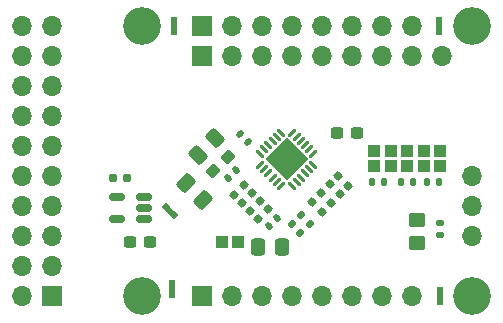
<source format=gbr>
%TF.GenerationSoftware,KiCad,Pcbnew,8.0.3*%
%TF.CreationDate,2024-06-12T16:29:16-04:00*%
%TF.ProjectId,tac5212_audio_board_single_ended,74616335-3231-4325-9f61-7564696f5f62,rev?*%
%TF.SameCoordinates,Original*%
%TF.FileFunction,Soldermask,Top*%
%TF.FilePolarity,Negative*%
%FSLAX46Y46*%
G04 Gerber Fmt 4.6, Leading zero omitted, Abs format (unit mm)*
G04 Created by KiCad (PCBNEW 8.0.3) date 2024-06-12 16:29:16*
%MOMM*%
%LPD*%
G01*
G04 APERTURE LIST*
G04 Aperture macros list*
%AMRoundRect*
0 Rectangle with rounded corners*
0 $1 Rounding radius*
0 $2 $3 $4 $5 $6 $7 $8 $9 X,Y pos of 4 corners*
0 Add a 4 corners polygon primitive as box body*
4,1,4,$2,$3,$4,$5,$6,$7,$8,$9,$2,$3,0*
0 Add four circle primitives for the rounded corners*
1,1,$1+$1,$2,$3*
1,1,$1+$1,$4,$5*
1,1,$1+$1,$6,$7*
1,1,$1+$1,$8,$9*
0 Add four rect primitives between the rounded corners*
20,1,$1+$1,$2,$3,$4,$5,0*
20,1,$1+$1,$4,$5,$6,$7,0*
20,1,$1+$1,$6,$7,$8,$9,0*
20,1,$1+$1,$8,$9,$2,$3,0*%
%AMRotRect*
0 Rectangle, with rotation*
0 The origin of the aperture is its center*
0 $1 length*
0 $2 width*
0 $3 Rotation angle, in degrees counterclockwise*
0 Add horizontal line*
21,1,$1,$2,0,0,$3*%
G04 Aperture macros list end*
%ADD10C,0.000000*%
%ADD11RoundRect,0.160000X0.252791X-0.026517X-0.026517X0.252791X-0.252791X0.026517X0.026517X-0.252791X0*%
%ADD12RoundRect,0.135000X-0.226274X-0.035355X-0.035355X-0.226274X0.226274X0.035355X0.035355X0.226274X0*%
%ADD13R,1.000000X1.000000*%
%ADD14R,1.700000X1.700000*%
%ADD15O,1.700000X1.700000*%
%ADD16C,3.200000*%
%ADD17RoundRect,0.250000X0.337500X0.475000X-0.337500X0.475000X-0.337500X-0.475000X0.337500X-0.475000X0*%
%ADD18RoundRect,0.160000X-0.026517X-0.252791X0.252791X0.026517X0.026517X0.252791X-0.252791X-0.026517X0*%
%ADD19RoundRect,0.140000X0.219203X0.021213X0.021213X0.219203X-0.219203X-0.021213X-0.021213X-0.219203X0*%
%ADD20RoundRect,0.250000X0.574524X0.097227X0.097227X0.574524X-0.574524X-0.097227X-0.097227X-0.574524X0*%
%ADD21RoundRect,0.150000X0.512500X0.150000X-0.512500X0.150000X-0.512500X-0.150000X0.512500X-0.150000X0*%
%ADD22RoundRect,0.135000X-0.185000X0.135000X-0.185000X-0.135000X0.185000X-0.135000X0.185000X0.135000X0*%
%ADD23R,0.508000X0.500000*%
%ADD24R,0.508000X0.508000*%
%ADD25RoundRect,0.237500X-0.300000X-0.237500X0.300000X-0.237500X0.300000X0.237500X-0.300000X0.237500X0*%
%ADD26RoundRect,0.140000X-0.021213X0.219203X-0.219203X0.021213X0.021213X-0.219203X0.219203X-0.021213X0*%
%ADD27RoundRect,0.250000X-0.097227X0.574524X-0.574524X0.097227X0.097227X-0.574524X0.574524X-0.097227X0*%
%ADD28RoundRect,0.250000X-0.450000X0.350000X-0.450000X-0.350000X0.450000X-0.350000X0.450000X0.350000X0*%
%ADD29RotRect,0.508000X0.508000X315.000000*%
%ADD30RoundRect,0.135000X-0.135000X-0.185000X0.135000X-0.185000X0.135000X0.185000X-0.135000X0.185000X0*%
%ADD31RoundRect,0.237500X-0.044194X-0.380070X0.380070X0.044194X0.044194X0.380070X-0.380070X-0.044194X0*%
%ADD32RoundRect,0.135000X0.135000X0.185000X-0.135000X0.185000X-0.135000X-0.185000X0.135000X-0.185000X0*%
%ADD33RoundRect,0.062500X-0.220971X-0.309359X0.309359X0.220971X0.220971X0.309359X-0.309359X-0.220971X0*%
%ADD34RoundRect,0.062500X0.220971X-0.309359X0.309359X-0.220971X-0.220971X0.309359X-0.309359X0.220971X0*%
%ADD35RotRect,2.600000X2.600000X45.000000*%
%ADD36RoundRect,0.160000X-0.197500X-0.160000X0.197500X-0.160000X0.197500X0.160000X-0.197500X0.160000X0*%
%ADD37RoundRect,0.135000X0.226274X0.035355X0.035355X0.226274X-0.226274X-0.035355X-0.035355X-0.226274X0*%
G04 APERTURE END LIST*
%TO.C,E1*%
G36*
X99446000Y-99954000D02*
G01*
X99954000Y-99954000D01*
X99954000Y-99454000D01*
X99446000Y-99454000D01*
X99446000Y-99954000D01*
G37*
%TO.C,E2*%
G36*
X121846000Y-99954000D02*
G01*
X122354000Y-99954000D01*
X122354000Y-99454000D01*
X121846000Y-99454000D01*
X121846000Y-99954000D01*
G37*
D10*
%TO.C,DOUT1*%
G36*
X99653553Y-115394343D02*
G01*
X99294343Y-115753553D01*
X98946447Y-115405657D01*
X99305657Y-115046447D01*
X99653553Y-115394343D01*
G37*
%TO.C,G2*%
G36*
X121946000Y-122854000D02*
G01*
X122454000Y-122854000D01*
X122454000Y-122354000D01*
X121946000Y-122354000D01*
X121946000Y-122854000D01*
G37*
%TO.C,G1*%
G36*
X99246000Y-122254000D02*
G01*
X99754000Y-122254000D01*
X99754000Y-121754000D01*
X99246000Y-121754000D01*
X99246000Y-122254000D01*
G37*
%TD*%
D11*
%TO.C,R102*%
X112937059Y-114705168D03*
X112092067Y-113860176D03*
%TD*%
D12*
%TO.C,R109*%
X109617194Y-116508362D03*
X110338442Y-117229610D03*
%TD*%
D13*
%TO.C,ADD1*%
X122200000Y-110300000D03*
X122200000Y-111600000D03*
%TD*%
D14*
%TO.C,board_outline1*%
X89337500Y-122600000D03*
D15*
X86797500Y-122600000D03*
X89337500Y-120060000D03*
X86797500Y-120060000D03*
X89337500Y-117520000D03*
X86797500Y-117520000D03*
X89337500Y-114980000D03*
X86797500Y-114980000D03*
X89337500Y-112440000D03*
X86797500Y-112440000D03*
X89337500Y-109900000D03*
X86797500Y-109900000D03*
X89337500Y-107360000D03*
X86797500Y-107360000D03*
X89337500Y-104820000D03*
X86797500Y-104820000D03*
X89337500Y-102280000D03*
X86797500Y-102280000D03*
X89337500Y-99740000D03*
X86797500Y-99740000D03*
D14*
X102047500Y-102285000D03*
X102047500Y-99745000D03*
D15*
X104587500Y-102285000D03*
X104587500Y-99745000D03*
X107127500Y-102285000D03*
X107127500Y-99745000D03*
X109667500Y-102285000D03*
X109667500Y-99745000D03*
X112207500Y-102285000D03*
X112207500Y-99745000D03*
X114747500Y-102285000D03*
X114747500Y-99745000D03*
X117287500Y-102285000D03*
X117287500Y-99745000D03*
X119827500Y-102285000D03*
X119827500Y-99745000D03*
D14*
X102047500Y-122605000D03*
D15*
X104587500Y-122605000D03*
X107127500Y-122605000D03*
X109667500Y-122605000D03*
X112207500Y-122605000D03*
X114747500Y-122605000D03*
X117287500Y-122605000D03*
X119827500Y-122605000D03*
X124892500Y-117525000D03*
X124892500Y-114985000D03*
X124892500Y-112445000D03*
X122352500Y-102285000D03*
D16*
X96952500Y-99745000D03*
X124892500Y-99745000D03*
X96952500Y-122605000D03*
X124892500Y-122605000D03*
%TD*%
D13*
%TO.C,ADD1001*%
X116600000Y-111600000D03*
X116600000Y-110300000D03*
%TD*%
D11*
%TO.C,R101*%
X113677789Y-113964439D03*
X112832797Y-113119447D03*
%TD*%
D17*
%TO.C,C12*%
X108818261Y-118400000D03*
X106743261Y-118400000D03*
%TD*%
D11*
%TO.C,R103*%
X112157509Y-115484718D03*
X111312517Y-114639726D03*
%TD*%
D18*
%TO.C,R104*%
X105445334Y-114708704D03*
X106290326Y-113863712D03*
%TD*%
D13*
%TO.C,ADD1002*%
X118000000Y-111600000D03*
X118000000Y-110300000D03*
%TD*%
D19*
%TO.C,C15*%
X105939411Y-109539411D03*
X105260589Y-108860589D03*
%TD*%
D13*
%TO.C,ADD1003*%
X119400000Y-111600000D03*
X119400000Y-110300000D03*
%TD*%
D20*
%TO.C,C10*%
X102133623Y-114433623D03*
X100666377Y-112966377D03*
%TD*%
D21*
%TO.C,U1*%
X97137500Y-116050000D03*
X97137500Y-115100000D03*
X97137500Y-114150000D03*
X94862500Y-114150000D03*
X94862500Y-116050000D03*
%TD*%
D18*
%TO.C,R106*%
X106788837Y-116052207D03*
X107633829Y-115207215D03*
%TD*%
D22*
%TO.C,R5*%
X122200000Y-116390000D03*
X122200000Y-117410000D03*
%TD*%
D23*
%TO.C,E1*%
X99700000Y-100204000D03*
D24*
X99700000Y-99200000D03*
%TD*%
D25*
%TO.C,C2*%
X113437500Y-108800000D03*
X115162500Y-108800000D03*
%TD*%
D26*
%TO.C,C11*%
X104937914Y-111892722D03*
X104259092Y-112571544D03*
%TD*%
D27*
%TO.C,C13*%
X103133623Y-109166377D03*
X101666377Y-110633623D03*
%TD*%
D28*
%TO.C,D7*%
X120200000Y-116100000D03*
X120200000Y-118100000D03*
%TD*%
D26*
%TO.C,C14*%
X108425718Y-115946212D03*
X107746896Y-116625034D03*
%TD*%
D23*
%TO.C,E2*%
X122100000Y-100204000D03*
D24*
X122100000Y-99200000D03*
%TD*%
D13*
%TO.C,ADD1004*%
X120800000Y-111600000D03*
X120800000Y-110300000D03*
%TD*%
D29*
%TO.C,DOUT1*%
X99653553Y-115753553D03*
X98946447Y-115046447D03*
%TD*%
D11*
%TO.C,R100*%
X114420251Y-113221977D03*
X113575259Y-112376985D03*
%TD*%
D25*
%TO.C,C1*%
X95937500Y-118000000D03*
X97662500Y-118000000D03*
%TD*%
D30*
%TO.C,R41*%
X121090000Y-112900000D03*
X122110000Y-112900000D03*
%TD*%
D31*
%TO.C,C17*%
X102990120Y-112009880D03*
X104209880Y-110790120D03*
%TD*%
D32*
%TO.C,R40*%
X117410000Y-112900000D03*
X116390000Y-112900000D03*
%TD*%
D18*
%TO.C,R107*%
X104773583Y-114036952D03*
X105618575Y-113191960D03*
%TD*%
D13*
%TO.C,PU_EN1001*%
X103750000Y-118000000D03*
X105050000Y-118000000D03*
%TD*%
D18*
%TO.C,R105*%
X106117086Y-115380455D03*
X106962078Y-114535463D03*
%TD*%
D33*
%TO.C,J1002*%
X106946097Y-111486136D03*
X107299651Y-111839689D03*
X107653204Y-112193243D03*
X108006757Y-112546796D03*
X108360311Y-112900349D03*
X108713864Y-113253903D03*
D34*
X109686136Y-113253903D03*
X110039689Y-112900349D03*
X110393243Y-112546796D03*
X110746796Y-112193243D03*
X111100349Y-111839689D03*
X111453903Y-111486136D03*
D33*
X111453903Y-110513864D03*
X111100349Y-110160311D03*
X110746796Y-109806757D03*
X110393243Y-109453204D03*
X110039689Y-109099651D03*
X109686136Y-108746097D03*
D34*
X108713864Y-108746097D03*
X108360311Y-109099651D03*
X108006757Y-109453204D03*
X107653204Y-109806757D03*
X107299651Y-110160311D03*
X106946097Y-110513864D03*
D35*
X109200000Y-111000000D03*
%TD*%
D23*
%TO.C,G2*%
X122200000Y-123104000D03*
D24*
X122200000Y-122100000D03*
%TD*%
D32*
%TO.C,R42*%
X119910000Y-112900000D03*
X118890000Y-112900000D03*
%TD*%
D36*
%TO.C,R1*%
X94502500Y-112600000D03*
X95697500Y-112600000D03*
%TD*%
D23*
%TO.C,G1*%
X99500000Y-122504000D03*
D24*
X99500000Y-121500000D03*
%TD*%
D37*
%TO.C,R108*%
X111141385Y-116460624D03*
X110420137Y-115739376D03*
%TD*%
M02*

</source>
